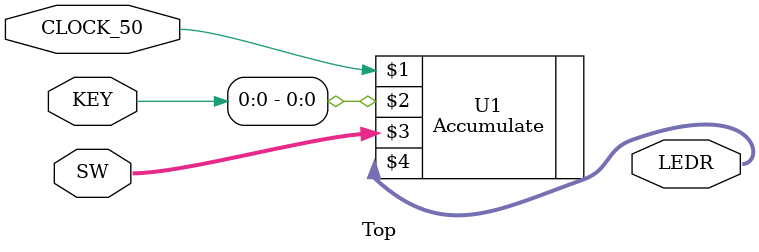
<source format=sv>

`default_nettype none

module Top (CLOCK_50, KEY, SW, LEDR);
    input  logic         CLOCK_50;   // DE-series 50 MHz clock signal
    input  logic [ 3: 0] KEY;        // DE-series pushbuttons
    input  logic [ 9: 0] SW;         // DE-series switches
    output logic [ 9: 0] LEDR;       // DE-series LEDs

    Accumulate U1 (CLOCK_50, KEY[0], SW, LEDR);

endmodule


</source>
